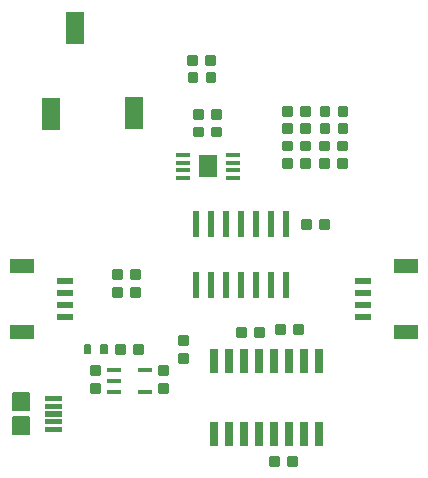
<source format=gbr>
G04 EAGLE Gerber RS-274X export*
G75*
%MOMM*%
%FSLAX34Y34*%
%LPD*%
%AMOC8*
5,1,8,0,0,1.08239X$1,22.5*%
G01*
%ADD10C,0.040638*%
%ADD11C,0.152400*%
%ADD12R,1.500000X2.800000*%
%ADD13R,0.660400X2.032000*%
%ADD14R,0.600000X2.200000*%
%ADD15R,1.200000X0.300000*%
%ADD16R,1.570000X1.890000*%
%ADD17R,1.200000X0.400000*%
%ADD18C,0.222250*%
%ADD19R,1.350000X0.600000*%
%ADD20R,2.000000X1.200000*%
%ADD21C,0.158750*%


D10*
X34860Y120303D02*
X34860Y123961D01*
X47916Y123961D01*
X47916Y120303D01*
X34860Y120303D01*
X34860Y120689D02*
X47916Y120689D01*
X47916Y121075D02*
X34860Y121075D01*
X34860Y121461D02*
X47916Y121461D01*
X47916Y121847D02*
X34860Y121847D01*
X34860Y122233D02*
X47916Y122233D01*
X47916Y122619D02*
X34860Y122619D01*
X34860Y123005D02*
X47916Y123005D01*
X47916Y123391D02*
X34860Y123391D01*
X34860Y123777D02*
X47916Y123777D01*
X34860Y117357D02*
X34860Y113699D01*
X34860Y117357D02*
X47916Y117357D01*
X47916Y113699D01*
X34860Y113699D01*
X34860Y114085D02*
X47916Y114085D01*
X47916Y114471D02*
X34860Y114471D01*
X34860Y114857D02*
X47916Y114857D01*
X47916Y115243D02*
X34860Y115243D01*
X34860Y115629D02*
X47916Y115629D01*
X47916Y116015D02*
X34860Y116015D01*
X34860Y116401D02*
X47916Y116401D01*
X47916Y116787D02*
X34860Y116787D01*
X34860Y117173D02*
X47916Y117173D01*
X34860Y110753D02*
X34860Y107095D01*
X34860Y110753D02*
X47916Y110753D01*
X47916Y107095D01*
X34860Y107095D01*
X34860Y107481D02*
X47916Y107481D01*
X47916Y107867D02*
X34860Y107867D01*
X34860Y108253D02*
X47916Y108253D01*
X47916Y108639D02*
X34860Y108639D01*
X34860Y109025D02*
X47916Y109025D01*
X47916Y109411D02*
X34860Y109411D01*
X34860Y109797D02*
X47916Y109797D01*
X47916Y110183D02*
X34860Y110183D01*
X34860Y110569D02*
X47916Y110569D01*
X34860Y104149D02*
X34860Y100491D01*
X34860Y104149D02*
X47916Y104149D01*
X47916Y100491D01*
X34860Y100491D01*
X34860Y100877D02*
X47916Y100877D01*
X47916Y101263D02*
X34860Y101263D01*
X34860Y101649D02*
X47916Y101649D01*
X47916Y102035D02*
X34860Y102035D01*
X34860Y102421D02*
X47916Y102421D01*
X47916Y102807D02*
X34860Y102807D01*
X34860Y103193D02*
X47916Y103193D01*
X47916Y103579D02*
X34860Y103579D01*
X34860Y103965D02*
X47916Y103965D01*
X34860Y97545D02*
X34860Y93887D01*
X34860Y97545D02*
X47916Y97545D01*
X47916Y93887D01*
X34860Y93887D01*
X34860Y94273D02*
X47916Y94273D01*
X47916Y94659D02*
X34860Y94659D01*
X34860Y95045D02*
X47916Y95045D01*
X47916Y95431D02*
X34860Y95431D01*
X34860Y95817D02*
X47916Y95817D01*
X47916Y96203D02*
X34860Y96203D01*
X34860Y96589D02*
X47916Y96589D01*
X47916Y96975D02*
X34860Y96975D01*
X34860Y97361D02*
X47916Y97361D01*
D11*
X7606Y112226D02*
X7606Y125942D01*
X21322Y125942D01*
X21322Y112226D01*
X7606Y112226D01*
X7606Y113674D02*
X21322Y113674D01*
X21322Y115122D02*
X7606Y115122D01*
X7606Y116570D02*
X21322Y116570D01*
X21322Y118018D02*
X7606Y118018D01*
X7606Y119466D02*
X21322Y119466D01*
X21322Y120914D02*
X7606Y120914D01*
X7606Y122362D02*
X21322Y122362D01*
X21322Y123810D02*
X7606Y123810D01*
X7606Y125258D02*
X21322Y125258D01*
X7606Y105622D02*
X7606Y91906D01*
X7606Y105622D02*
X21322Y105622D01*
X21322Y91906D01*
X7606Y91906D01*
X7606Y93354D02*
X21322Y93354D01*
X21322Y94802D02*
X7606Y94802D01*
X7606Y96250D02*
X21322Y96250D01*
X21322Y97698D02*
X7606Y97698D01*
X7606Y99146D02*
X21322Y99146D01*
X21322Y100594D02*
X7606Y100594D01*
X7606Y102042D02*
X21322Y102042D01*
X21322Y103490D02*
X7606Y103490D01*
X7606Y104938D02*
X21322Y104938D01*
D12*
X40104Y362542D03*
X110104Y363542D03*
X60104Y435542D03*
D13*
X266622Y153088D03*
X266622Y91620D03*
X253922Y153088D03*
X241222Y153088D03*
X253922Y91620D03*
X241222Y91620D03*
X228522Y153088D03*
X228522Y91620D03*
X215822Y153088D03*
X215822Y91620D03*
X203122Y153088D03*
X190422Y153088D03*
X203122Y91620D03*
X190422Y91620D03*
X177722Y153088D03*
X177722Y91620D03*
D14*
X226154Y269582D03*
X226154Y217582D03*
X238854Y269582D03*
X213454Y269582D03*
X200754Y269582D03*
X238854Y217582D03*
X213454Y217582D03*
X200754Y217582D03*
X175354Y269582D03*
X175354Y217582D03*
X188054Y269582D03*
X162654Y269582D03*
X188054Y217582D03*
X162654Y217582D03*
D15*
X151238Y308332D03*
X151238Y314832D03*
X151238Y321332D03*
X151238Y327832D03*
X193488Y327832D03*
X193488Y321332D03*
X193488Y314832D03*
X193488Y308332D03*
D16*
X172358Y318092D03*
D17*
X92999Y145832D03*
X92999Y136332D03*
X92999Y126832D03*
X119001Y126832D03*
X119001Y145832D03*
D18*
X80684Y133934D02*
X80684Y127266D01*
X74016Y127266D01*
X74016Y133934D01*
X80684Y133934D01*
X80684Y129378D02*
X74016Y129378D01*
X74016Y131490D02*
X80684Y131490D01*
X80684Y133602D02*
X74016Y133602D01*
X80684Y142506D02*
X80684Y149174D01*
X80684Y142506D02*
X74016Y142506D01*
X74016Y149174D01*
X80684Y149174D01*
X80684Y144618D02*
X74016Y144618D01*
X74016Y146730D02*
X80684Y146730D01*
X80684Y148842D02*
X74016Y148842D01*
X236356Y332504D02*
X243024Y332504D01*
X236356Y332504D02*
X236356Y339172D01*
X243024Y339172D01*
X243024Y332504D01*
X243024Y334616D02*
X236356Y334616D01*
X236356Y336728D02*
X243024Y336728D01*
X243024Y338840D02*
X236356Y338840D01*
X251596Y332504D02*
X258264Y332504D01*
X251596Y332504D02*
X251596Y339172D01*
X258264Y339172D01*
X258264Y332504D01*
X258264Y334616D02*
X251596Y334616D01*
X251596Y336728D02*
X258264Y336728D01*
X258264Y338840D02*
X251596Y338840D01*
X137650Y134058D02*
X137650Y127390D01*
X130982Y127390D01*
X130982Y134058D01*
X137650Y134058D01*
X137650Y129502D02*
X130982Y129502D01*
X130982Y131614D02*
X137650Y131614D01*
X137650Y133726D02*
X130982Y133726D01*
X137650Y142630D02*
X137650Y149298D01*
X137650Y142630D02*
X130982Y142630D01*
X130982Y149298D01*
X137650Y149298D01*
X137650Y144742D02*
X130982Y144742D01*
X130982Y146854D02*
X137650Y146854D01*
X137650Y148966D02*
X130982Y148966D01*
X197240Y174262D02*
X203908Y174262D01*
X197240Y174262D02*
X197240Y180930D01*
X203908Y180930D01*
X203908Y174262D01*
X203908Y176374D02*
X197240Y176374D01*
X197240Y178486D02*
X203908Y178486D01*
X203908Y180598D02*
X197240Y180598D01*
X212480Y174262D02*
X219148Y174262D01*
X212480Y174262D02*
X212480Y180930D01*
X219148Y180930D01*
X219148Y174262D01*
X219148Y176374D02*
X212480Y176374D01*
X212480Y178486D02*
X219148Y178486D01*
X219148Y180598D02*
X212480Y180598D01*
X267516Y272778D02*
X274184Y272778D01*
X274184Y266110D01*
X267516Y266110D01*
X267516Y272778D01*
X267516Y268222D02*
X274184Y268222D01*
X274184Y270334D02*
X267516Y270334D01*
X267516Y272446D02*
X274184Y272446D01*
X258944Y272778D02*
X252276Y272778D01*
X258944Y272778D02*
X258944Y266110D01*
X252276Y266110D01*
X252276Y272778D01*
X252276Y268222D02*
X258944Y268222D01*
X258944Y270334D02*
X252276Y270334D01*
X252276Y272446D02*
X258944Y272446D01*
X182998Y351010D02*
X176330Y351010D01*
X182998Y351010D02*
X182998Y344342D01*
X176330Y344342D01*
X176330Y351010D01*
X176330Y346454D02*
X182998Y346454D01*
X182998Y348566D02*
X176330Y348566D01*
X176330Y350678D02*
X182998Y350678D01*
X167758Y351010D02*
X161090Y351010D01*
X167758Y351010D02*
X167758Y344342D01*
X161090Y344342D01*
X161090Y351010D01*
X161090Y346454D02*
X167758Y346454D01*
X167758Y348566D02*
X161090Y348566D01*
X161090Y350678D02*
X167758Y350678D01*
X113990Y215094D02*
X113990Y208426D01*
X107322Y208426D01*
X107322Y215094D01*
X113990Y215094D01*
X113990Y210538D02*
X107322Y210538D01*
X107322Y212650D02*
X113990Y212650D01*
X113990Y214762D02*
X107322Y214762D01*
X113990Y223666D02*
X113990Y230334D01*
X113990Y223666D02*
X107322Y223666D01*
X107322Y230334D01*
X113990Y230334D01*
X113990Y225778D02*
X107322Y225778D01*
X107322Y227890D02*
X113990Y227890D01*
X113990Y230002D02*
X107322Y230002D01*
X98750Y215094D02*
X98750Y208426D01*
X92082Y208426D01*
X92082Y215094D01*
X98750Y215094D01*
X98750Y210538D02*
X92082Y210538D01*
X92082Y212650D02*
X98750Y212650D01*
X98750Y214762D02*
X92082Y214762D01*
X98750Y223666D02*
X98750Y230334D01*
X98750Y223666D02*
X92082Y223666D01*
X92082Y230334D01*
X98750Y230334D01*
X98750Y225778D02*
X92082Y225778D01*
X92082Y227890D02*
X98750Y227890D01*
X98750Y230002D02*
X92082Y230002D01*
D19*
X303600Y191000D03*
X303600Y201000D03*
X303600Y211000D03*
X303600Y221000D03*
D20*
X340350Y234000D03*
X340350Y178000D03*
D19*
X52000Y221000D03*
X52000Y211000D03*
X52000Y201000D03*
X52000Y191000D03*
D20*
X15250Y178000D03*
X15250Y234000D03*
D18*
X225190Y65080D02*
X231858Y65080D01*
X225190Y65080D02*
X225190Y71748D01*
X231858Y71748D01*
X231858Y65080D01*
X231858Y67192D02*
X225190Y67192D01*
X225190Y69304D02*
X231858Y69304D01*
X231858Y71416D02*
X225190Y71416D01*
X240430Y65080D02*
X247098Y65080D01*
X240430Y65080D02*
X240430Y71748D01*
X247098Y71748D01*
X247098Y65080D01*
X247098Y67192D02*
X240430Y67192D01*
X240430Y69304D02*
X247098Y69304D01*
X247098Y71416D02*
X240430Y71416D01*
X282958Y324454D02*
X289626Y324454D01*
X289626Y317786D01*
X282958Y317786D01*
X282958Y324454D01*
X282958Y319898D02*
X289626Y319898D01*
X289626Y322010D02*
X282958Y322010D01*
X282958Y324122D02*
X289626Y324122D01*
X274386Y324454D02*
X267718Y324454D01*
X274386Y324454D02*
X274386Y317786D01*
X267718Y317786D01*
X267718Y324454D01*
X267718Y319898D02*
X274386Y319898D01*
X274386Y322010D02*
X267718Y322010D01*
X267718Y324122D02*
X274386Y324122D01*
X243166Y317780D02*
X236498Y317780D01*
X236498Y324448D01*
X243166Y324448D01*
X243166Y317780D01*
X243166Y319892D02*
X236498Y319892D01*
X236498Y322004D02*
X243166Y322004D01*
X243166Y324116D02*
X236498Y324116D01*
X251738Y317780D02*
X258406Y317780D01*
X251738Y317780D02*
X251738Y324448D01*
X258406Y324448D01*
X258406Y317780D01*
X258406Y319892D02*
X251738Y319892D01*
X251738Y322004D02*
X258406Y322004D01*
X258406Y324116D02*
X251738Y324116D01*
X267740Y332512D02*
X274408Y332512D01*
X267740Y332512D02*
X267740Y339180D01*
X274408Y339180D01*
X274408Y332512D01*
X274408Y334624D02*
X267740Y334624D01*
X267740Y336736D02*
X274408Y336736D01*
X274408Y338848D02*
X267740Y338848D01*
X282980Y332512D02*
X289648Y332512D01*
X282980Y332512D02*
X282980Y339180D01*
X289648Y339180D01*
X289648Y332512D01*
X289648Y334624D02*
X282980Y334624D01*
X282980Y336736D02*
X289648Y336736D01*
X289648Y338848D02*
X282980Y338848D01*
X242912Y346990D02*
X236244Y346990D01*
X236244Y353658D01*
X242912Y353658D01*
X242912Y346990D01*
X242912Y349102D02*
X236244Y349102D01*
X236244Y351214D02*
X242912Y351214D01*
X242912Y353326D02*
X236244Y353326D01*
X251484Y346990D02*
X258152Y346990D01*
X251484Y346990D02*
X251484Y353658D01*
X258152Y353658D01*
X258152Y346990D01*
X258152Y349102D02*
X251484Y349102D01*
X251484Y351214D02*
X258152Y351214D01*
X258152Y353326D02*
X251484Y353326D01*
X242912Y361468D02*
X236244Y361468D01*
X236244Y368136D01*
X242912Y368136D01*
X242912Y361468D01*
X242912Y363580D02*
X236244Y363580D01*
X236244Y365692D02*
X242912Y365692D01*
X242912Y367804D02*
X236244Y367804D01*
X251484Y361468D02*
X258152Y361468D01*
X251484Y361468D02*
X251484Y368136D01*
X258152Y368136D01*
X258152Y361468D01*
X258152Y363580D02*
X251484Y363580D01*
X251484Y365692D02*
X258152Y365692D01*
X258152Y367804D02*
X251484Y367804D01*
X267994Y346990D02*
X274662Y346990D01*
X267994Y346990D02*
X267994Y353658D01*
X274662Y353658D01*
X274662Y346990D01*
X274662Y349102D02*
X267994Y349102D01*
X267994Y351214D02*
X274662Y351214D01*
X274662Y353326D02*
X267994Y353326D01*
X283234Y346990D02*
X289902Y346990D01*
X283234Y346990D02*
X283234Y353658D01*
X289902Y353658D01*
X289902Y346990D01*
X289902Y349102D02*
X283234Y349102D01*
X283234Y351214D02*
X289902Y351214D01*
X289902Y353326D02*
X283234Y353326D01*
X274662Y361468D02*
X267994Y361468D01*
X267994Y368136D01*
X274662Y368136D01*
X274662Y361468D01*
X274662Y363580D02*
X267994Y363580D01*
X267994Y365692D02*
X274662Y365692D01*
X274662Y367804D02*
X267994Y367804D01*
X283234Y361468D02*
X289902Y361468D01*
X283234Y361468D02*
X283234Y368136D01*
X289902Y368136D01*
X289902Y361468D01*
X289902Y363580D02*
X283234Y363580D01*
X283234Y365692D02*
X289902Y365692D01*
X289902Y367804D02*
X283234Y367804D01*
X162902Y390170D02*
X156234Y390170D01*
X156234Y396838D01*
X162902Y396838D01*
X162902Y390170D01*
X162902Y392282D02*
X156234Y392282D01*
X156234Y394394D02*
X162902Y394394D01*
X162902Y396506D02*
X156234Y396506D01*
X171474Y390170D02*
X178142Y390170D01*
X171474Y390170D02*
X171474Y396838D01*
X178142Y396838D01*
X178142Y390170D01*
X178142Y392282D02*
X171474Y392282D01*
X171474Y394394D02*
X178142Y394394D01*
X178142Y396506D02*
X171474Y396506D01*
X162648Y404902D02*
X155980Y404902D01*
X155980Y411570D01*
X162648Y411570D01*
X162648Y404902D01*
X162648Y407014D02*
X155980Y407014D01*
X155980Y409126D02*
X162648Y409126D01*
X162648Y411238D02*
X155980Y411238D01*
X171220Y404902D02*
X177888Y404902D01*
X171220Y404902D02*
X171220Y411570D01*
X177888Y411570D01*
X177888Y404902D01*
X177888Y407014D02*
X171220Y407014D01*
X171220Y409126D02*
X177888Y409126D01*
X177888Y411238D02*
X171220Y411238D01*
X101688Y160046D02*
X95020Y160046D01*
X95020Y166714D01*
X101688Y166714D01*
X101688Y160046D01*
X101688Y162158D02*
X95020Y162158D01*
X95020Y164270D02*
X101688Y164270D01*
X101688Y166382D02*
X95020Y166382D01*
X110260Y160046D02*
X116928Y160046D01*
X110260Y160046D02*
X110260Y166714D01*
X116928Y166714D01*
X116928Y160046D01*
X116928Y162158D02*
X110260Y162158D01*
X110260Y164270D02*
X116928Y164270D01*
X116928Y166382D02*
X110260Y166382D01*
D21*
X86892Y166586D02*
X82130Y166586D01*
X86892Y166586D02*
X86892Y160174D01*
X82130Y160174D01*
X82130Y166586D01*
X82130Y161683D02*
X86892Y161683D01*
X86892Y163192D02*
X82130Y163192D01*
X82130Y164701D02*
X86892Y164701D01*
X86892Y166210D02*
X82130Y166210D01*
X72922Y166586D02*
X68160Y166586D01*
X72922Y166586D02*
X72922Y160174D01*
X68160Y160174D01*
X68160Y166586D01*
X68160Y161683D02*
X72922Y161683D01*
X72922Y163192D02*
X68160Y163192D01*
X68160Y164701D02*
X72922Y164701D01*
X72922Y166210D02*
X68160Y166210D01*
D18*
X245840Y183928D02*
X252508Y183928D01*
X252508Y177260D01*
X245840Y177260D01*
X245840Y183928D01*
X245840Y179372D02*
X252508Y179372D01*
X252508Y181484D02*
X245840Y181484D01*
X245840Y183596D02*
X252508Y183596D01*
X237268Y183928D02*
X230600Y183928D01*
X237268Y183928D02*
X237268Y177260D01*
X230600Y177260D01*
X230600Y183928D01*
X230600Y179372D02*
X237268Y179372D01*
X237268Y181484D02*
X230600Y181484D01*
X230600Y183596D02*
X237268Y183596D01*
X148558Y174530D02*
X148558Y167862D01*
X148558Y174530D02*
X155226Y174530D01*
X155226Y167862D01*
X148558Y167862D01*
X148558Y169974D02*
X155226Y169974D01*
X155226Y172086D02*
X148558Y172086D01*
X148558Y174198D02*
X155226Y174198D01*
X148558Y159290D02*
X148558Y152622D01*
X148558Y159290D02*
X155226Y159290D01*
X155226Y152622D01*
X148558Y152622D01*
X148558Y154734D02*
X155226Y154734D01*
X155226Y156846D02*
X148558Y156846D01*
X148558Y158958D02*
X155226Y158958D01*
X176244Y366046D02*
X182912Y366046D01*
X182912Y359378D01*
X176244Y359378D01*
X176244Y366046D01*
X176244Y361490D02*
X182912Y361490D01*
X182912Y363602D02*
X176244Y363602D01*
X176244Y365714D02*
X182912Y365714D01*
X167672Y366046D02*
X161004Y366046D01*
X167672Y366046D02*
X167672Y359378D01*
X161004Y359378D01*
X161004Y366046D01*
X161004Y361490D02*
X167672Y361490D01*
X167672Y363602D02*
X161004Y363602D01*
X161004Y365714D02*
X167672Y365714D01*
M02*

</source>
